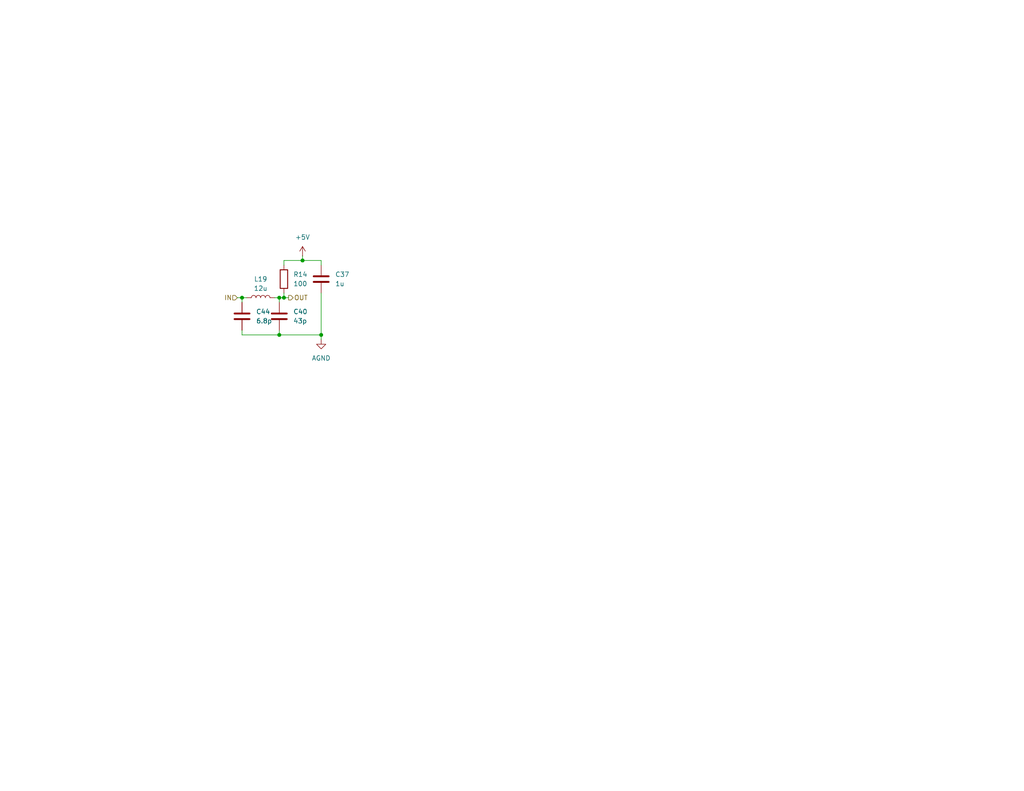
<source format=kicad_sch>
(kicad_sch (version 20231120) (generator "eeschema") (generator_version "8.0")
  (paper "A")
  (lib_symbols
    (symbol "Device:C" (pin_numbers hide) (pin_names (offset 0.254))
      (property "Reference" "C" (at 0.635 2.54 0))
      (property "Value" "C" (at 0.635 -2.54 0))
      (symbol "C_0_1"
        (polyline (pts (xy -2.032 -0.762) (xy 2.032 -0.762)) (stroke (width 0.508)))
        (polyline (pts (xy -2.032 0.762) (xy 2.032 0.762)) (stroke (width 0.508)))
      )
      (symbol "C_1_1"
        (pin passive line (at 0 3.81 270) (length 2.794) (name "~") (number "1"))
        (pin passive line (at 0 -3.81 90) (length 2.794) (name "~") (number "2"))
      )
    )
    (symbol "Device:L" (pin_numbers hide) (pin_names (offset 1.016) hide)
      (property "Reference" "L" (at -1.27 0 90))
      (property "Value" "L" (at 1.905 0 90))
      (symbol "L_0_1"
        (arc (start 0 -2.54) (mid 0.6323 -1.905) (end 0 -1.27))
        (arc (start 0 -1.27) (mid 0.6323 -0.635) (end 0 0))
        (arc (start 0 0) (mid 0.6323 0.635) (end 0 1.27))
        (arc (start 0 1.27) (mid 0.6323 1.905) (end 0 2.54))
      )
      (symbol "L_1_1"
        (pin passive line (at 0 3.81 270) (length 1.27) (name "1") (number "1"))
        (pin passive line (at 0 -3.81 90) (length 1.27) (name "2") (number "2"))
      )
    )
    (symbol "Device:R" (pin_numbers hide) (pin_names (offset 0))
      (property "Reference" "R" (at 2.032 0 90))
      (property "Value" "R" (at 0 0 90))
      (symbol "R_0_1"
        (rectangle (start -1.016 -2.54) (end 1.016 2.54) (stroke (width 0.254)))
      )
      (symbol "R_1_1"
        (pin passive line (at 0 3.81 270) (length 1.27) (name "~") (number "1"))
        (pin passive line (at 0 -3.81 90) (length 1.27) (name "~") (number "2"))
      )
    )
    (symbol "power:+5V" (power) (pin_numbers hide) (pin_names (offset 0) hide)
      (property "Value" "+5V" (at 0 3.556 0))
      (symbol "+5V_0_1"
        (polyline (pts (xy -0.762 1.27) (xy 0 2.54)))
        (polyline (pts (xy 0 0) (xy 0 2.54)))
        (polyline (pts (xy 0 2.54) (xy 0.762 1.27)))
      )
      (symbol "+5V_1_1"
        (pin power_in line (at 0 0 90) (length 0) (name "~") (number "1"))
      )
    )
    (symbol "power:GND" (power) (pin_numbers hide) (pin_names (offset 0) hide)
      (property "Value" "GND" (at 0 -3.81 0))
      (symbol "GND_0_1"
        (polyline (pts (xy 0 0) (xy 0 -1.27) (xy 1.27 -1.27) (xy 0 -2.54) (xy -1.27 -1.27) (xy 0 -1.27)))
      )
      (symbol "GND_1_1"
        (pin power_in line (at 0 0 270) (length 0) (name "~") (number "1"))
      )
    )
  )
  (junction (at 82.55 71.12))
  (junction (at 66.04 81.28))
  (junction (at 77.47 81.28))
  (junction (at 76.2 81.28))
  (junction (at 76.2 91.44))
  (junction (at 87.63 91.44))
  (wire (pts (xy 74.93 81.28) (xy 76.2 81.28)))
  (wire (pts (xy 66.04 90.17) (xy 66.04 91.44)))
  (wire (pts (xy 77.47 81.28) (xy 77.47 80.01)))
  (wire (pts (xy 77.47 72.39) (xy 77.47 71.12)))
  (wire (pts (xy 76.2 90.17) (xy 76.2 91.44)))
  (wire (pts (xy 76.2 81.28) (xy 76.2 82.55)))
  (wire (pts (xy 76.2 91.44) (xy 87.63 91.44)))
  (wire (pts (xy 77.47 71.12) (xy 82.55 71.12)))
  (wire (pts (xy 82.55 69.85) (xy 82.55 71.12)))
  (wire (pts (xy 66.04 91.44) (xy 76.2 91.44)))
  (wire (pts (xy 66.04 81.28) (xy 67.31 81.28)))
  (wire (pts (xy 87.63 71.12) (xy 87.63 72.39)))
  (wire (pts (xy 77.47 81.28) (xy 78.74 81.28)))
  (wire (pts (xy 82.55 71.12) (xy 87.63 71.12)))
  (wire (pts (xy 87.63 80.01) (xy 87.63 91.44)))
  (wire (pts (xy 64.77 81.28) (xy 66.04 81.28)))
  (wire (pts (xy 66.04 81.28) (xy 66.04 82.55)))
  (wire (pts (xy 76.2 81.28) (xy 77.47 81.28)))
  (wire (pts (xy 87.63 91.44) (xy 87.63 92.71)))
  (hierarchical_label "OUT" (shape output) (at 78.74 81.28 0))
  (hierarchical_label "IN" (shape input) (at 64.77 81.28 180))
  (symbol (lib_id "Device:C") (at 66.04 86.36 0) (unit 1)
    (property "Reference" "C44" (at 69.85 85.0899 0) (effects (justify left)))
    (property "Value" "6.8p" (at 69.85 87.6299 0) (effects (justify left)))
    (property "Footprint" "Capacitor_SMD:C_0402_1005Metric" (effects (hide yes)))
    (property "Description" "Unpolarized capacitor" (effects (hide yes)))
    (instances (project "COMMS_circuit" (path "" (reference "C44") (unit 1)) (path "" (reference "C45") (unit 1)) (path "" (reference "C46") (unit 1)) (path "" (reference "C47") (unit 1))))
  )
  (symbol (lib_id "Device:R") (at 77.47 76.2 0) (unit 1)
    (property "Reference" "R14" (at 80.01 74.9299 0) (effects (justify left)))
    (property "Value" "100" (at 80.01 77.4699 0) (effects (justify left)))
    (property "Footprint" "Resistor_SMD:R_0402_1005Metric" (effects (hide yes)))
    (property "Description" "Resistor" (effects (hide yes)))
    (instances (project "COMMS_circuit" (path "" (reference "R14") (unit 1)) (path "" (reference "R15") (unit 1)) (path "" (reference "R16") (unit 1)) (path "" (reference "R13") (unit 1))))
  )
  (symbol (lib_id "Device:C") (at 76.2 86.36 0) (unit 1)
    (property "Reference" "C40" (at 80.01 85.0899 0) (effects (justify left)))
    (property "Value" "43p" (at 80.01 87.6299 0) (effects (justify left)))
    (property "Footprint" "Capacitor_SMD:C_0402_1005Metric" (effects (hide yes)))
    (property "Description" "Unpolarized capacitor" (effects (hide yes)))
    (instances (project "COMMS_circuit" (path "" (reference "C40") (unit 1)) (path "" (reference "C41") (unit 1)) (path "" (reference "C42") (unit 1)) (path "" (reference "C43") (unit 1))))
  )
  (symbol (lib_id "Device:L") (at 71.12 81.28 90) (unit 1)
    (property "Reference" "L19" (at 71.12 76.2 90))
    (property "Value" "12u" (at 71.12 78.74 90))
    (property "Footprint" "Inductor_SMD:L_0603_1608Metric" (effects (hide yes)))
    (property "Description" "Inductor" (effects (hide yes)))
    (instances (project "COMMS_circuit" (path "" (reference "L19") (unit 1)) (path "" (reference "L16") (unit 1)) (path "" (reference "L17") (unit 1)) (path "" (reference "L18") (unit 1))))
  )
  (symbol (lib_id "power:+5V") (at 82.55 69.85 0) (unit 1)
    (property "Reference" "#PWR032" (effects (hide yes)))
    (property "Value" "+5V" (at 82.55 64.77 0))
    (property "Description" "Power symbol creates a global label with name \"+5V\"" (effects (hide yes)))
    (instances (project "COMMS_circuit" (path "" (reference "#PWR032") (unit 1)) (path "" (reference "#PWR034") (unit 1)) (path "" (reference "#PWR036") (unit 1)) (path "" (reference "#PWR031") (unit 1))))
  )
  (symbol (lib_id "Device:C") (at 87.63 76.2 0) (unit 1)
    (property "Reference" "C37" (at 91.44 74.9299 0) (effects (justify left)))
    (property "Value" "1u" (at 91.44 77.4699 0) (effects (justify left)))
    (property "Footprint" "Capacitor_SMD:C_0402_1005Metric" (effects (hide yes)))
    (property "Description" "Unpolarized capacitor" (effects (hide yes)))
    (instances (project "COMMS_circuit" (path "" (reference "C37") (unit 1)) (path "" (reference "C38") (unit 1)) (path "" (reference "C39") (unit 1)) (path "" (reference "C36") (unit 1))))
  )
  (symbol (lib_id "power:GND") (at 87.63 92.71 0) (unit 1)
    (property "Reference" "#PWR0101" (effects (hide yes)))
    (property "Value" "AGND" (at 87.63 97.79 0))
    (property "Description" "Power symbol creates a global label with name \"GND\" , ground" (effects (hide yes)))
    (instances (project "COMMS_circuit" (path "" (reference "#PWR0101") (unit 1)) (path "" (reference "#PWR033") (unit 1)) (path "" (reference "#PWR035") (unit 1)) (path "" (reference "#PWR037") (unit 1))))
  )
)
</source>
